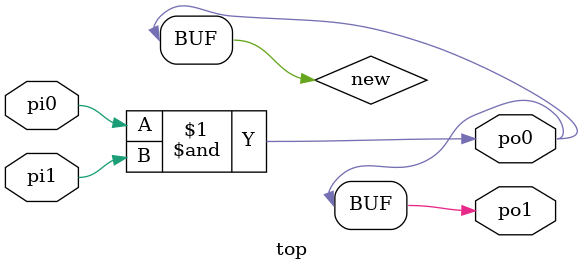
<source format=v>

module top (
    pi0, pi1,
    po0, po1  );
  input  pi0, pi1;
  output po0, po1;
  assign new = pi0 & pi1;
  assign po0 = new;
  assign po1 = new;
endmodule

</source>
